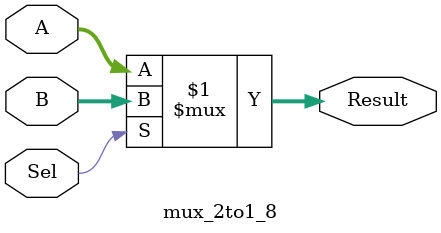
<source format=v>
module mux_2to1_8 (
  input[7:0] A, B,
  input Sel,
  output[7:0] Result
);
  assign Result = Sel ? B : A; // B -> 1, A -> 0
endmodule
</source>
